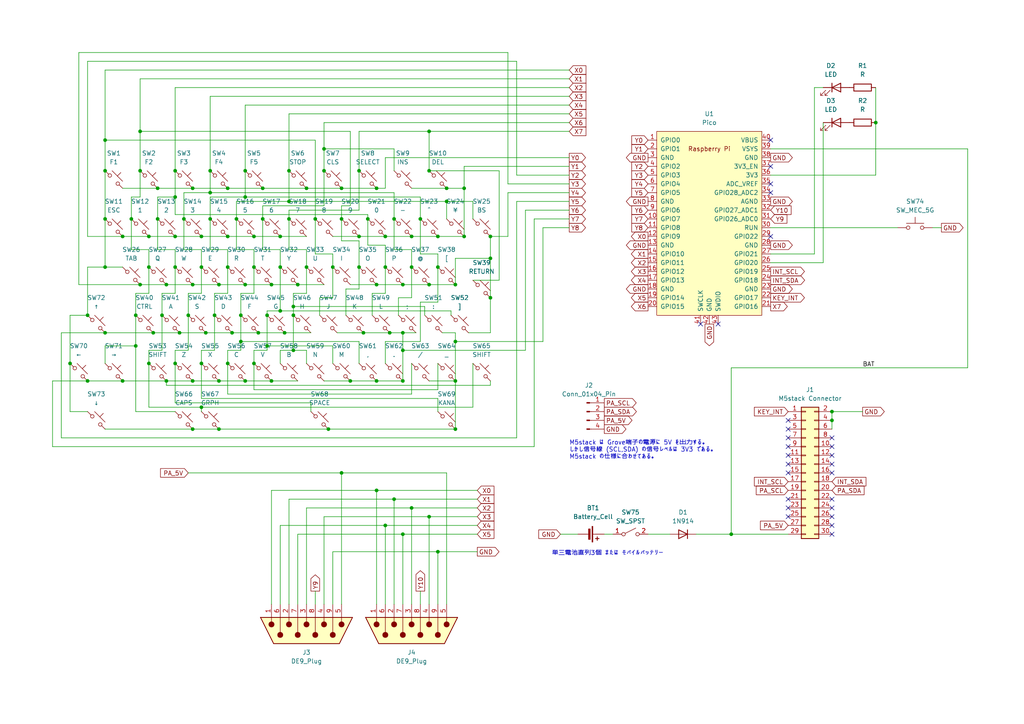
<source format=kicad_sch>
(kicad_sch (version 20230121) (generator eeschema)
  (paper "A4")
  (junction (at 53.34 63.5))
  (junction (at 142.24 74.93))
  (junction (at 30.48 40.64))
  (junction (at 68.58 63.5))
  (junction (at 71.12 49.53))
  (junction (at 55.88 110.49))
  (junction (at 54.61 91.44))
  (junction (at 91.44 63.5))
  (junction (at 45.72 63.5))
  (junction (at 132.08 82.55))
  (junction (at 116.84 96.52))
  (junction (at 30.48 49.53))
  (junction (at 83.82 58.42))
  (junction (at 44.45 96.52))
  (junction (at 46.99 91.44))
  (junction (at 58.42 68.58))
  (junction (at 58.42 77.47))
  (junction (at 35.56 110.49))
  (junction (at 106.68 63.5))
  (junction (at 85.09 91.44))
  (junction (at 134.62 54.61))
  (junction (at 76.2 63.5))
  (junction (at 69.85 99.06))
  (junction (at 111.76 152.4))
  (junction (at 30.48 77.47))
  (junction (at 67.31 96.52))
  (junction (at 77.47 91.44))
  (junction (at 66.04 68.58))
  (junction (at 81.28 68.58))
  (junction (at 39.37 100.33))
  (junction (at 99.06 63.5))
  (junction (at 48.26 110.49))
  (junction (at 127 77.47))
  (junction (at 58.42 118.11))
  (junction (at 109.22 142.24))
  (junction (at 63.5 82.55))
  (junction (at 66.04 77.47))
  (junction (at 142.24 68.58))
  (junction (at 71.12 110.49))
  (junction (at 43.18 68.58))
  (junction (at 71.12 57.15))
  (junction (at 73.66 77.47))
  (junction (at 50.8 49.53))
  (junction (at 119.38 147.32))
  (junction (at 119.38 77.47))
  (junction (at 83.82 63.5))
  (junction (at 76.2 54.61))
  (junction (at 77.47 100.33))
  (junction (at 82.55 96.52))
  (junction (at 113.03 96.52))
  (junction (at 81.28 77.47))
  (junction (at 86.36 82.55))
  (junction (at 254 35.56))
  (junction (at 114.3 144.78))
  (junction (at 116.84 154.94))
  (junction (at 241.3 119.38))
  (junction (at 30.48 96.52))
  (junction (at 60.96 49.53))
  (junction (at 111.76 77.47))
  (junction (at 127 68.58))
  (junction (at 78.74 82.55))
  (junction (at 74.93 96.52))
  (junction (at 30.48 63.5))
  (junction (at 71.12 82.55))
  (junction (at 127 160.02))
  (junction (at 85.09 101.6))
  (junction (at 109.22 110.49))
  (junction (at 124.46 49.53))
  (junction (at 62.23 91.44))
  (junction (at 105.41 96.52))
  (junction (at 129.54 54.61))
  (junction (at 58.42 105.41))
  (junction (at 50.8 77.47))
  (junction (at 88.9 77.47))
  (junction (at 99.06 54.61))
  (junction (at 116.84 101.6))
  (junction (at 35.56 68.58))
  (junction (at 43.18 77.47))
  (junction (at 38.1 63.5))
  (junction (at 132.08 110.49))
  (junction (at 59.69 96.52))
  (junction (at 83.82 49.53))
  (junction (at 63.5 110.49))
  (junction (at 114.3 63.5))
  (junction (at 124.46 38.1))
  (junction (at 116.84 82.55))
  (junction (at 40.64 49.53))
  (junction (at 132.08 99.06))
  (junction (at 116.84 110.49))
  (junction (at 104.14 77.47))
  (junction (at 96.52 77.47))
  (junction (at 101.6 110.49))
  (junction (at 52.07 96.52))
  (junction (at 63.5 124.46))
  (junction (at 109.22 82.55))
  (junction (at 241.3 121.92))
  (junction (at 78.74 110.49))
  (junction (at 55.88 54.61))
  (junction (at 48.26 82.55))
  (junction (at 66.04 105.41))
  (junction (at 104.14 49.53))
  (junction (at 40.64 38.1))
  (junction (at 40.64 82.55))
  (junction (at 93.98 49.53))
  (junction (at 119.38 68.58))
  (junction (at 50.8 105.41))
  (junction (at 129.54 58.42))
  (junction (at 93.98 43.18))
  (junction (at 73.66 105.41))
  (junction (at 88.9 54.61))
  (junction (at 99.06 137.16))
  (junction (at 39.37 91.44))
  (junction (at 132.08 124.46))
  (junction (at 55.88 124.46))
  (junction (at 111.76 68.58))
  (junction (at 104.14 68.58))
  (junction (at 50.8 68.58))
  (junction (at 134.62 68.58))
  (junction (at 25.4 110.49))
  (junction (at 60.96 55.88))
  (junction (at 45.72 54.61))
  (junction (at 109.22 54.61))
  (junction (at 69.85 91.44))
  (junction (at 124.46 82.55))
  (junction (at 95.25 124.46))
  (junction (at 212.09 154.94))
  (junction (at 25.4 91.44))
  (junction (at 50.8 57.15))
  (junction (at 121.92 63.5))
  (junction (at 43.18 105.41))
  (junction (at 81.28 90.17))
  (junction (at 20.32 105.41))
  (junction (at 66.04 54.61))
  (junction (at 85.09 88.9))
  (junction (at 124.46 149.86))
  (junction (at 55.88 82.55))
  (junction (at 142.24 86.36))
  (junction (at 73.66 68.58))
  (junction (at 60.96 63.5))
  (no_connect (at 223.52 48.26))
  (no_connect (at 228.6 132.08))
  (no_connect (at 241.3 154.94))
  (no_connect (at 208.28 93.98))
  (no_connect (at 228.6 149.86))
  (no_connect (at 223.52 68.58))
  (no_connect (at 241.3 144.78))
  (no_connect (at 228.6 129.54))
  (no_connect (at 241.3 129.54))
  (no_connect (at 228.6 134.62))
  (no_connect (at 228.6 124.46))
  (no_connect (at 228.6 121.92))
  (no_connect (at 241.3 137.16))
  (no_connect (at 223.52 55.88))
  (no_connect (at 223.52 53.34))
  (no_connect (at 241.3 127))
  (no_connect (at 241.3 147.32))
  (no_connect (at 241.3 149.86))
  (no_connect (at 228.6 144.78))
  (no_connect (at 241.3 132.08))
  (no_connect (at 228.6 137.16))
  (no_connect (at 223.52 40.64))
  (no_connect (at 228.6 147.32))
  (no_connect (at 241.3 134.62))
  (no_connect (at 241.3 152.4))
  (no_connect (at 228.6 127))
  (no_connect (at 203.2 93.98))
  (wire (pts (xy 111.76 152.4) (xy 81.28 152.4)))
  (wire (pts (xy 127 113.03) (xy 127 105.41)))
  (wire (pts (xy 104.14 69.85) (xy 104.14 77.47)))
  (wire (pts (xy 15.24 129.54) (xy 154.94 129.54)))
  (wire (pts (xy 132.08 110.49) (xy 132.08 124.46)))
  (wire (pts (xy 111.76 99.06) (xy 111.76 105.41)))
  (wire (pts (xy 30.48 40.64) (xy 30.48 20.32)))
  (wire (pts (xy 60.96 27.94) (xy 165.1 27.94)))
  (wire (pts (xy 25.4 91.44) (xy 20.32 91.44)))
  (wire (pts (xy 71.12 49.53) (xy 71.12 57.15)))
  (wire (pts (xy 39.37 85.09) (xy 39.37 91.44)))
  (wire (pts (xy 35.56 110.49) (xy 48.26 110.49)))
  (wire (pts (xy 154.94 63.5) (xy 165.1 63.5)))
  (wire (pts (xy 83.82 144.78) (xy 83.82 175.26)))
  (wire (pts (xy 138.43 154.94) (xy 116.84 154.94)))
  (wire (pts (xy 69.85 99.06) (xy 69.85 101.6)))
  (wire (pts (xy 73.66 113.03) (xy 127 113.03)))
  (wire (pts (xy 115.57 86.36) (xy 115.57 91.44)))
  (wire (pts (xy 147.32 68.58) (xy 147.32 55.88)))
  (wire (pts (xy 138.43 147.32) (xy 119.38 147.32)))
  (wire (pts (xy 96.52 73.66) (xy 96.52 77.47)))
  (wire (pts (xy 124.46 149.86) (xy 93.98 149.86)))
  (wire (pts (xy 78.74 82.55) (xy 86.36 82.55)))
  (wire (pts (xy 127 68.58) (xy 134.62 68.58)))
  (wire (pts (xy 111.76 54.61) (xy 111.76 45.72)))
  (wire (pts (xy 43.18 105.41) (xy 43.18 118.11)))
  (wire (pts (xy 30.48 77.47) (xy 25.4 77.47)))
  (wire (pts (xy 50.8 85.09) (xy 46.99 85.09)))
  (wire (pts (xy 50.8 57.15) (xy 50.8 62.23)))
  (wire (pts (xy 54.61 85.09) (xy 54.61 91.44)))
  (wire (pts (xy 45.72 54.61) (xy 55.88 54.61)))
  (wire (pts (xy 69.85 101.6) (xy 66.04 101.6)))
  (wire (pts (xy 106.68 63.5) (xy 106.68 71.12)))
  (wire (pts (xy 46.99 101.6) (xy 43.18 101.6)))
  (wire (pts (xy 130.81 90.17) (xy 130.81 91.44)))
  (wire (pts (xy 121.92 57.15) (xy 121.92 63.5)))
  (wire (pts (xy 71.12 82.55) (xy 78.74 82.55)))
  (wire (pts (xy 104.14 60.96) (xy 83.82 60.96)))
  (wire (pts (xy 99.06 63.5) (xy 99.06 69.85)))
  (wire (pts (xy 50.8 105.41) (xy 50.8 116.84)))
  (wire (pts (xy 69.85 91.44) (xy 69.85 99.06)))
  (wire (pts (xy 124.46 82.55) (xy 132.08 82.55)))
  (wire (pts (xy 134.62 54.61) (xy 129.54 54.61)))
  (wire (pts (xy 55.88 124.46) (xy 63.5 124.46)))
  (wire (pts (xy 124.46 149.86) (xy 124.46 175.26)))
  (wire (pts (xy 39.37 119.38) (xy 50.8 119.38)))
  (wire (pts (xy 127 73.66) (xy 127 77.47)))
  (wire (pts (xy 48.26 110.49) (xy 48.26 111.76)))
  (wire (pts (xy 83.82 63.5) (xy 83.82 72.39)))
  (wire (pts (xy 50.8 72.39) (xy 50.8 77.47)))
  (wire (pts (xy 95.25 124.46) (xy 132.08 124.46)))
  (wire (pts (xy 22.86 82.55) (xy 22.86 15.24)))
  (wire (pts (xy 111.76 45.72) (xy 165.1 45.72)))
  (wire (pts (xy 96.52 68.58) (xy 104.14 68.58)))
  (wire (pts (xy 30.48 63.5) (xy 30.48 77.47)))
  (wire (pts (xy 66.04 101.6) (xy 66.04 105.41)))
  (wire (pts (xy 154.94 129.54) (xy 154.94 63.5)))
  (wire (pts (xy 137.16 118.11) (xy 137.16 105.41)))
  (wire (pts (xy 82.55 96.52) (xy 90.17 96.52)))
  (wire (pts (xy 142.24 74.93) (xy 132.08 74.93)))
  (wire (pts (xy 116.84 96.52) (xy 116.84 101.6)))
  (wire (pts (xy 73.66 77.47) (xy 73.66 85.09)))
  (wire (pts (xy 124.46 49.53) (xy 144.78 49.53)))
  (wire (pts (xy 123.19 88.9) (xy 85.09 88.9)))
  (wire (pts (xy 58.42 115.57) (xy 127 115.57)))
  (wire (pts (xy 105.41 96.52) (xy 113.03 96.52)))
  (wire (pts (xy 58.42 68.58) (xy 66.04 68.58)))
  (wire (pts (xy 73.66 68.58) (xy 81.28 68.58)))
  (wire (pts (xy 101.6 82.55) (xy 109.22 82.55)))
  (wire (pts (xy 177.8 154.94) (xy 175.26 154.94)))
  (wire (pts (xy 116.84 101.6) (xy 116.84 110.49)))
  (wire (pts (xy 99.06 137.16) (xy 129.54 137.16)))
  (wire (pts (xy 50.8 116.84) (xy 90.17 116.84)))
  (wire (pts (xy 147.32 15.24) (xy 147.32 53.34)))
  (wire (pts (xy 83.82 49.53) (xy 83.82 33.02)))
  (wire (pts (xy 142.24 111.76) (xy 142.24 110.49)))
  (wire (pts (xy 71.12 57.15) (xy 121.92 57.15)))
  (wire (pts (xy 121.92 99.06) (xy 111.76 99.06)))
  (wire (pts (xy 111.76 77.47) (xy 111.76 85.09)))
  (wire (pts (xy 25.4 110.49) (xy 15.24 110.49)))
  (wire (pts (xy 78.74 142.24) (xy 78.74 175.26)))
  (wire (pts (xy 109.22 110.49) (xy 116.84 110.49)))
  (wire (pts (xy 71.12 110.49) (xy 78.74 110.49)))
  (wire (pts (xy 20.32 91.44) (xy 20.32 105.41)))
  (wire (pts (xy 106.68 62.23) (xy 106.68 63.5)))
  (wire (pts (xy 138.43 144.78) (xy 114.3 144.78)))
  (wire (pts (xy 83.82 58.42) (xy 129.54 58.42)))
  (wire (pts (xy 119.38 54.61) (xy 129.54 54.61)))
  (wire (pts (xy 132.08 74.93) (xy 132.08 82.55)))
  (wire (pts (xy 152.4 60.96) (xy 165.1 60.96)))
  (wire (pts (xy 147.32 53.34) (xy 165.1 53.34)))
  (wire (pts (xy 129.54 58.42) (xy 137.16 58.42)))
  (wire (pts (xy 76.2 72.39) (xy 81.28 72.39)))
  (wire (pts (xy 119.38 147.32) (xy 88.9 147.32)))
  (wire (pts (xy 38.1 63.5) (xy 38.1 72.39)))
  (wire (pts (xy 138.43 142.24) (xy 109.22 142.24)))
  (wire (pts (xy 73.66 72.39) (xy 73.66 77.47)))
  (wire (pts (xy 40.64 38.1) (xy 40.64 22.86)))
  (wire (pts (xy 66.04 72.39) (xy 66.04 77.47)))
  (wire (pts (xy 121.92 73.66) (xy 127 73.66)))
  (wire (pts (xy 99.06 54.61) (xy 109.22 54.61)))
  (wire (pts (xy 43.18 101.6) (xy 43.18 105.41)))
  (wire (pts (xy 99.06 63.5) (xy 99.06 59.69)))
  (wire (pts (xy 111.76 85.09) (xy 107.95 85.09)))
  (wire (pts (xy 241.3 121.92) (xy 241.3 124.46)))
  (wire (pts (xy 142.24 74.93) (xy 142.24 86.36)))
  (wire (pts (xy 90.17 116.84) (xy 90.17 119.38)))
  (wire (pts (xy 40.64 57.15) (xy 38.1 57.15)))
  (wire (pts (xy 71.12 57.15) (xy 60.96 57.15)))
  (wire (pts (xy 134.62 48.26) (xy 165.1 48.26)))
  (wire (pts (xy 76.2 54.61) (xy 88.9 54.61)))
  (wire (pts (xy 46.99 91.44) (xy 46.99 101.6)))
  (wire (pts (xy 254 50.8) (xy 254 35.56)))
  (wire (pts (xy 111.76 152.4) (xy 111.76 175.26)))
  (wire (pts (xy 114.3 144.78) (xy 114.3 175.26)))
  (wire (pts (xy 43.18 85.09) (xy 39.37 85.09)))
  (wire (pts (xy 132.08 99.06) (xy 157.48 99.06)))
  (wire (pts (xy 88.9 77.47) (xy 88.9 85.09)))
  (wire (pts (xy 212.09 106.68) (xy 212.09 154.94)))
  (wire (pts (xy 68.58 72.39) (xy 73.66 72.39)))
  (wire (pts (xy 66.04 68.58) (xy 73.66 68.58)))
  (wire (pts (xy 68.58 63.5) (xy 68.58 58.42)))
  (wire (pts (xy 167.64 154.94) (xy 162.56 154.94)))
  (wire (pts (xy 58.42 72.39) (xy 58.42 77.47)))
  (wire (pts (xy 119.38 77.47) (xy 119.38 86.36)))
  (wire (pts (xy 50.8 57.15) (xy 45.72 57.15)))
  (wire (pts (xy 66.04 105.41) (xy 66.04 114.3)))
  (wire (pts (xy 116.84 96.52) (xy 120.65 96.52)))
  (wire (pts (xy 30.48 77.47) (xy 35.56 77.47)))
  (wire (pts (xy 68.58 58.42) (xy 83.82 58.42)))
  (wire (pts (xy 114.3 72.39) (xy 119.38 72.39)))
  (wire (pts (xy 58.42 118.11) (xy 137.16 118.11)))
  (wire (pts (xy 114.3 144.78) (xy 83.82 144.78)))
  (wire (pts (xy 119.38 72.39) (xy 119.38 77.47)))
  (wire (pts (xy 127 87.63) (xy 121.92 87.63)))
  (wire (pts (xy 22.86 15.24) (xy 147.32 15.24)))
  (wire (pts (xy 96.52 86.36) (xy 92.71 86.36)))
  (wire (pts (xy 104.14 38.1) (xy 104.14 49.53)))
  (wire (pts (xy 96.52 77.47) (xy 96.52 86.36)))
  (wire (pts (xy 129.54 58.42) (xy 129.54 63.5)))
  (wire (pts (xy 93.98 49.53) (xy 93.98 59.69)))
  (wire (pts (xy 124.46 110.49) (xy 132.08 110.49)))
  (wire (pts (xy 119.38 86.36) (xy 115.57 86.36)))
  (wire (pts (xy 30.48 96.52) (xy 17.78 96.52)))
  (wire (pts (xy 55.88 110.49) (xy 63.5 110.49)))
  (wire (pts (xy 114.3 63.5) (xy 114.3 72.39)))
  (wire (pts (xy 30.48 124.46) (xy 55.88 124.46)))
  (wire (pts (xy 116.84 82.55) (xy 124.46 82.55)))
  (wire (pts (xy 54.61 91.44) (xy 54.61 101.6)))
  (wire (pts (xy 92.71 86.36) (xy 92.71 91.44)))
  (wire (pts (xy 149.86 50.8) (xy 165.1 50.8)))
  (wire (pts (xy 52.07 96.52) (xy 59.69 96.52)))
  (wire (pts (xy 127 160.02) (xy 127 175.26)))
  (wire (pts (xy 60.96 49.53) (xy 60.96 27.94)))
  (wire (pts (xy 109.22 54.61) (xy 111.76 54.61)))
  (wire (pts (xy 71.12 30.48) (xy 165.1 30.48)))
  (wire (pts (xy 46.99 85.09) (xy 46.99 91.44)))
  (wire (pts (xy 241.3 119.38) (xy 250.19 119.38)))
  (wire (pts (xy 71.12 49.53) (xy 71.12 30.48)))
  (wire (pts (xy 63.5 124.46) (xy 95.25 124.46)))
  (wire (pts (xy 111.76 68.58) (xy 119.38 68.58)))
  (wire (pts (xy 223.52 66.04) (xy 260.35 66.04)))
  (wire (pts (xy 66.04 77.47) (xy 66.04 85.09)))
  (wire (pts (xy 48.26 82.55) (xy 55.88 82.55)))
  (wire (pts (xy 121.92 87.63) (xy 121.92 99.06)))
  (wire (pts (xy 60.96 55.88) (xy 53.34 55.88)))
  (wire (pts (xy 147.32 55.88) (xy 165.1 55.88)))
  (wire (pts (xy 88.9 147.32) (xy 88.9 175.26)))
  (wire (pts (xy 50.8 25.4) (xy 165.1 25.4)))
  (wire (pts (xy 74.93 96.52) (xy 82.55 96.52)))
  (wire (pts (xy 40.64 49.53) (xy 40.64 57.15)))
  (wire (pts (xy 45.72 57.15) (xy 45.72 63.5)))
  (wire (pts (xy 81.28 90.17) (xy 77.47 90.17)))
  (wire (pts (xy 93.98 43.18) (xy 93.98 49.53)))
  (wire (pts (xy 212.09 154.94) (xy 228.6 154.94)))
  (wire (pts (xy 104.14 77.47) (xy 104.14 83.82)))
  (wire (pts (xy 142.24 96.52) (xy 135.89 96.52)))
  (wire (pts (xy 85.09 101.6) (xy 88.9 101.6)))
  (wire (pts (xy 40.64 82.55) (xy 48.26 82.55)))
  (wire (pts (xy 138.43 152.4) (xy 111.76 152.4)))
  (wire (pts (xy 86.36 154.94) (xy 86.36 175.26)))
  (wire (pts (xy 76.2 59.69) (xy 76.2 63.5)))
  (wire (pts (xy 88.9 85.09) (xy 85.09 85.09)))
  (wire (pts (xy 44.45 96.52) (xy 52.07 96.52)))
  (wire (pts (xy 142.24 86.36) (xy 142.24 96.52)))
  (wire (pts (xy 35.56 68.58) (xy 25.4 68.58)))
  (wire (pts (xy 101.6 110.49) (xy 109.22 110.49)))
  (wire (pts (xy 39.37 100.33) (xy 30.48 100.33)))
  (wire (pts (xy 91.44 63.5) (xy 91.44 40.64)))
  (wire (pts (xy 91.44 40.64) (xy 30.48 40.64)))
  (wire (pts (xy 101.6 59.69) (xy 101.6 38.1)))
  (wire (pts (xy 132.08 99.06) (xy 132.08 96.52)))
  (wire (pts (xy 60.96 63.5) (xy 60.96 72.39)))
  (wire (pts (xy 81.28 90.17) (xy 130.81 90.17)))
  (wire (pts (xy 138.43 160.02) (xy 127 160.02)))
  (wire (pts (xy 280.67 43.18) (xy 280.67 106.68)))
  (wire (pts (xy 39.37 100.33) (xy 39.37 119.38)))
  (wire (pts (xy 236.22 73.66) (xy 236.22 25.4)))
  (wire (pts (xy 40.64 38.1) (xy 40.64 49.53)))
  (wire (pts (xy 142.24 68.58) (xy 142.24 74.93)))
  (wire (pts (xy 43.18 68.58) (xy 50.8 68.58)))
  (wire (pts (xy 132.08 110.49) (xy 132.08 99.06)))
  (wire (pts (xy 17.78 96.52) (xy 17.78 127)))
  (wire (pts (xy 83.82 60.96) (xy 83.82 63.5)))
  (wire (pts (xy 124.46 38.1) (xy 165.1 38.1)))
  (wire (pts (xy 142.24 68.58) (xy 147.32 68.58)))
  (wire (pts (xy 91.44 171.45) (xy 91.44 175.26)))
  (wire (pts (xy 238.76 35.56) (xy 238.76 76.2)))
  (wire (pts (xy 62.23 101.6) (xy 58.42 101.6)))
  (wire (pts (xy 38.1 57.15) (xy 38.1 63.5)))
  (wire (pts (xy 50.8 62.23) (xy 106.68 62.23)))
  (wire (pts (xy 236.22 25.4) (xy 238.76 25.4)))
  (wire (pts (xy 30.48 100.33) (xy 30.48 105.41)))
  (wire (pts (xy 121.92 171.45) (xy 121.92 175.26)))
  (wire (pts (xy 93.98 110.49) (xy 101.6 110.49)))
  (wire (pts (xy 66.04 85.09) (xy 62.23 85.09)))
  (wire (pts (xy 77.47 90.17) (xy 77.47 91.44)))
  (wire (pts (xy 149.86 127) (xy 149.86 58.42)))
  (wire (pts (xy 73.66 101.6) (xy 73.66 105.41)))
  (wire (pts (xy 81.28 77.47) (xy 81.28 90.17)))
  (wire (pts (xy 116.84 101.6) (xy 152.4 101.6)))
  (wire (pts (xy 223.52 73.66) (xy 236.22 73.66)))
  (wire (pts (xy 201.93 154.94) (xy 212.09 154.94)))
  (wire (pts (xy 119.38 114.3) (xy 119.38 105.41)))
  (wire (pts (xy 20.32 105.41) (xy 20.32 119.38)))
  (wire (pts (xy 77.47 101.6) (xy 73.66 101.6)))
  (wire (pts (xy 119.38 147.32) (xy 119.38 175.26)))
  (wire (pts (xy 138.43 149.86) (xy 124.46 149.86)))
  (wire (pts (xy 114.3 43.18) (xy 93.98 43.18)))
  (wire (pts (xy 104.14 49.53) (xy 104.14 60.96)))
  (wire (pts (xy 45.72 72.39) (xy 50.8 72.39)))
  (wire (pts (xy 109.22 142.24) (xy 78.74 142.24)))
  (wire (pts (xy 83.82 33.02) (xy 165.1 33.02)))
  (wire (pts (xy 107.95 85.09) (xy 107.95 91.44)))
  (wire (pts (xy 99.06 59.69) (xy 101.6 59.69)))
  (wire (pts (xy 77.47 100.33) (xy 96.52 100.33)))
  (wire (pts (xy 81.28 68.58) (xy 88.9 68.58)))
  (wire (pts (xy 62.23 91.44) (xy 62.23 101.6)))
  (wire (pts (xy 69.85 85.09) (xy 69.85 91.44)))
  (wire (pts (xy 96.52 160.02) (xy 96.52 175.26)))
  (wire (pts (xy 127 160.02) (xy 96.52 160.02)))
  (wire (pts (xy 76.2 63.5) (xy 76.2 72.39)))
  (wire (pts (xy 114.3 49.53) (xy 114.3 43.18)))
  (wire (pts (xy 91.44 73.66) (xy 96.52 73.66)))
  (wire (pts (xy 93.98 35.56) (xy 93.98 43.18)))
  (wire (pts (xy 66.04 114.3) (xy 119.38 114.3)))
  (wire (pts (xy 85.09 88.9) (xy 85.09 91.44)))
  (wire (pts (xy 109.22 82.55) (xy 116.84 82.55)))
  (wire (pts (xy 48.26 111.76) (xy 142.24 111.76)))
  (wire (pts (xy 223.52 76.2) (xy 238.76 76.2)))
  (wire (pts (xy 55.88 82.55) (xy 63.5 82.55)))
  (wire (pts (xy 50.8 101.6) (xy 50.8 105.41)))
  (wire (pts (xy 85.09 85.09) (xy 85.09 88.9)))
  (wire (pts (xy 119.38 68.58) (xy 127 68.58)))
  (wire (pts (xy 40.64 22.86) (xy 165.1 22.86)))
  (wire (pts (xy 99.06 137.16) (xy 99.06 175.26)))
  (wire (pts (xy 157.48 99.06) (xy 157.48 66.04)))
  (wire (pts (xy 58.42 85.09) (xy 54.61 85.09)))
  (wire (pts (xy 54.61 101.6) (xy 50.8 101.6)))
  (wire (pts (xy 93.98 35.56) (xy 165.1 35.56)))
  (wire (pts (xy 149.86 17.78) (xy 149.86 50.8)))
  (wire (pts (xy 25.4 77.47) (xy 25.4 91.44)))
  (wire (pts (xy 43.18 118.11) (xy 58.42 118.11)))
  (wire (pts (xy 254 25.4) (xy 254 35.56)))
  (wire (pts (xy 39.37 91.44) (xy 39.37 100.33)))
  (wire (pts (xy 85.09 101.6) (xy 81.28 101.6)))
  (wire (pts (xy 144.78 81.28) (xy 144.78 49.53)))
  (wire (pts (xy 67.31 96.52) (xy 74.93 96.52)))
  (wire (pts (xy 104.14 99.06) (xy 104.14 105.41)))
  (wire (pts (xy 43.18 72.39) (xy 43.18 77.47)))
  (wire (pts (xy 35.56 68.58) (xy 43.18 68.58)))
  (wire (pts (xy 35.56 54.61) (xy 45.72 54.61)))
  (wire (pts (xy 30.48 40.64) (xy 30.48 49.53)))
  (wire (pts (xy 77.47 100.33) (xy 77.47 101.6)))
  (wire (pts (xy 96.52 100.33) (xy 96.52 105.41)))
  (wire (pts (xy 101.6 38.1) (xy 40.64 38.1)))
  (wire (pts (xy 15.24 110.49) (xy 15.24 129.54)))
  (wire (pts (xy 124.46 49.53) (xy 124.46 38.1)))
  (wire (pts (xy 60.96 55.88) (xy 114.3 55.88)))
  (wire (pts (xy 81.28 72.39) (xy 81.28 77.47)))
  (wire (pts (xy 69.85 99.06) (xy 104.14 99.06)))
  (wire (pts (xy 38.1 72.39) (xy 43.18 72.39)))
  (wire (pts (xy 104.14 68.58) (xy 111.76 68.58)))
  (wire (pts (xy 58.42 105.41) (xy 58.42 115.57)))
  (wire (pts (xy 129.54 137.16) (xy 129.54 175.26)))
  (wire (pts (xy 63.5 82.55) (xy 71.12 82.55)))
  (wire (pts (xy 99.06 69.85) (xy 104.14 69.85)))
  (wire (pts (xy 241.3 119.38) (xy 241.3 121.92)))
  (wire (pts (xy 25.4 17.78) (xy 149.86 17.78)))
  (wire (pts (xy 149.86 58.42) (xy 165.1 58.42)))
  (wire (pts (xy 127 77.47) (xy 127 87.63)))
  (wire (pts (xy 25.4 68.58) (xy 25.4 17.78)))
  (wire (pts (xy 77.47 91.44) (xy 77.47 100.33)))
  (wire (pts (xy 30.48 49.53) (xy 30.48 63.5)))
  (wire (pts (xy 53.34 72.39) (xy 58.42 72.39)))
  (wire (pts (xy 280.67 106.68) (xy 212.09 106.68)))
  (wire (pts (xy 53.34 55.88) (xy 53.34 63.5)))
  (wire (pts (xy 66.04 54.61) (xy 76.2 54.61)))
  (wire (pts (xy 88.9 54.61) (xy 99.06 54.61)))
  (wire (pts (xy 45.72 63.5) (xy 45.72 72.39)))
  (wire (pts (xy 124.46 38.1) (xy 104.14 38.1)))
  (wire (pts (xy 50.8 77.47) (xy 50.8 85.09)))
  (wire (pts (xy 60.96 49.53) (xy 60.96 55.88)))
  (wire (pts (xy 88.9 72.39) (xy 88.9 77.47)))
  (wire (pts (xy 17.78 127) (xy 149.86 127)))
  (wire (pts (xy 50.8 49.53) (xy 50.8 57.15)))
  (wire (pts (xy 78.74 110.49) (xy 86.36 110.49)))
  (wire (pts (xy 113.03 96.52) (xy 116.84 96.52)))
  (wire (pts (xy 62.23 85.09) (xy 62.23 91.44)))
  (wire (pts (xy 20.32 119.38) (xy 25.4 119.38)))
  (wire (pts (xy 97.79 96.52) (xy 105.41 96.52)))
  (wire (pts (xy 59.69 96.52) (xy 67.31 96.52)))
  (wire (pts (xy 60.96 57.15) (xy 60.96 63.5)))
  (wire (pts (xy 58.42 101.6) (xy 58.42 105.41)))
  (wire (pts (xy 116.84 154.94) (xy 86.36 154.94)))
  (wire (pts (xy 81.28 101.6) (xy 81.28 105.41)))
  (wire (pts (xy 60.96 72.39) (xy 66.04 72.39)))
  (wire (pts (xy 116.84 154.94) (xy 116.84 175.26)))
  (wire (pts (xy 111.76 71.12) (xy 111.76 77.47)))
  (wire (pts (xy 30.48 20.32) (xy 165.1 20.32)))
  (wire (pts (xy 134.62 68.58) (xy 134.62 54.61)))
  (wire (pts (xy 104.14 83.82) (xy 100.33 83.82)))
  (wire (pts (xy 93.98 59.69) (xy 76.2 59.69)))
  (wire (pts (xy 194.31 154.94) (xy 187.96 154.94)))
  (wire (pts (xy 223.52 43.18) (xy 280.67 43.18)))
  (wire (pts (xy 54.61 137.16) (xy 99.06 137.16)))
  (wire (pts (xy 100.33 83.82) (xy 100.33 91.44)))
  (wire (pts (xy 83.82 49.53) (xy 83.82 58.42)))
  (wire (pts (xy 152.4 101.6) (xy 152.4 60.96)))
  (wire (pts (xy 137.16 58.42) (xy 137.16 63.5)))
  (wire (pts (xy 73.66 85.09) (xy 69.85 85.09)))
  (wire (pts (xy 40.64 82.55) (xy 22.86 82.55)))
  (wire (pts (xy 123.19 88.9) (xy 123.19 91.44)))
  (wire (pts (xy 93.98 149.86) (xy 93.98 175.26)))
  (wire (pts (xy 73.66 105.41) (xy 73.66 113.03)))
  (wire (pts (xy 86.36 82.55) (xy 93.98 82.55)))
  (wire (pts (xy 270.51 66.04) (xy 273.05 66.04)))
  (wire (pts (xy 137.16 81.28) (xy 144.78 81.28)))
  (wire (pts (xy 58.42 77.47) (xy 58.42 85.09)))
  (wire (pts (xy 106.68 71.12) (xy 111.76 71.12)))
  (wire (pts (xy 43.18 77.47) (xy 43.18 85.09)))
  (wire (pts (xy 121.92 63.5) (xy 121.92 73.66)))
  (wire (pts (xy 53.34 63.5) (xy 53.34 72.39)))
  (wire (pts (xy 50.8 68.58) (xy 58.42 68.58)))
  (wire (pts (xy 85.09 91.44) (xy 85.09 101.6)))
  (wire (pts (xy 55.88 54.61) (xy 66.04 54.61)))
  (wire (pts (xy 81.28 152.4) (xy 81.28 175.26)))
  (wire (pts (xy 223.52 50.8) (xy 254 50.8)))
  (wire (pts (xy 30.48 96.52) (xy 44.45 96.52)))
  (wire (pts (xy 134.62 54.61) (xy 134.62 48.26)))
  (wire (pts (xy 48.26 110.49) (xy 55.88 110.49)))
  (wire (pts (xy 127 115.57) (xy 127 119.38)))
  (wire (pts (xy 157.48 66.04) (xy 165.1 66.04)))
  (wire (pts (xy 114.3 55.88) (xy 114.3 63.5)))
  (wire (pts (xy 109.22 142.24) (xy 109.22 175.26)))
  (wire (pts (xy 58.42 118.11) (xy 58.42 119.38)))
  (wire (pts (xy 68.58 63.5) (xy 68.58 72.39)))
  (wire (pts (xy 63.5 110.49) (xy 71.12 110.49)))
  (wire (pts (xy 25.4 110.49) (xy 35.56 110.49)))
  (wire (pts (xy 91.44 63.5) (xy 91.44 73.66)))
  (wire (pts (xy 88.9 101.6) (xy 88.9 105.41)))
  (wire (pts (xy 50.8 49.53) (xy 50.8 25.4)))
  (wire (pts (xy 132.08 96.52) (xy 128.27 96.52)))
  (wire (pts (xy 83.82 72.39) (xy 88.9 72.39)))
  (text "M5stack は Grove端子の電源に 5V を出力する。\nしかし信号線 (SCL,SDA) の信号レベルは 3V3 である。\nM5stack の仕様に合わせてある。" (at 165.1 133.35 0) (effects (font (size 1.27 1.27)) (justify left bottom)))
  (text "単三電池直列3個 または モバイルバッテリー" (at 160.02 161.29 0) (effects (font (size 1.27 1.27)) (justify left bottom)))
  (label "BAT" (at 250.19 106.68 0))
  (global_label "PA_SCL" (shape input) (at 228.6 142.24 180) (property "Intersheetrefs" "${INTERSHEET_REFS}" (effects hide)))
  (global_label "GND" (shape input) (at 162.56 154.94 180) (property "Intersheetrefs" "${INTERSHEET_REFS}" (effects hide)))
  (global_label "GND" (shape output) (at 187.96 83.82 180) (property "Intersheetrefs" "${INTERSHEET_REFS}" (effects hide)))
  (global_label "GND" (shape output) (at 250.19 119.38 0) (property "Intersheetrefs" "${INTERSHEET_REFS}" (effects hide)))
  (global_label "Y10" (shape output) (at 121.92 171.45 90) (property "Intersheetrefs" "${INTERSHEET_REFS}" (effects hide)))
  (global_label "GND" (shape output) (at 175.26 124.46 0) (property "Intersheetrefs" "${INTERSHEET_REFS}" (effects hide)))
  (global_label "GND" (shape output) (at 223.52 45.72 0) (property "Intersheetrefs" "${INTERSHEET_REFS}" (effects hide)))
  (global_label "X1" (shape input) (at 165.1 22.86 0) (property "Intersheetrefs" "${INTERSHEET_REFS}" (effects hide)))
  (global_label "PA_5V" (shape input) (at 228.6 152.4 180) (property "Intersheetrefs" "${INTERSHEET_REFS}" (effects hide)))
  (global_label "X4" (shape input) (at 165.1 30.48 0) (property "Intersheetrefs" "${INTERSHEET_REFS}" (effects hide)))
  (global_label "X0" (shape input) (at 165.1 20.32 0) (property "Intersheetrefs" "${INTERSHEET_REFS}" (effects hide)))
  (global_label "GND" (shape output) (at 205.74 93.98 270) (property "Intersheetrefs" "${INTERSHEET_REFS}" (effects hide)))
  (global_label "X3" (shape output) (at 187.96 78.74 180) (property "Intersheetrefs" "${INTERSHEET_REFS}" (effects hide)))
  (global_label "Y3" (shape output) (at 165.1 53.34 0) (property "Intersheetrefs" "${INTERSHEET_REFS}" (effects hide)))
  (global_label "X4" (shape input) (at 138.43 152.4 0) (property "Intersheetrefs" "${INTERSHEET_REFS}" (effects hide)))
  (global_label "INT_SDA" (shape input) (at 241.3 139.7 0) (property "Intersheetrefs" "${INTERSHEET_REFS}" (effects hide)))
  (global_label "Y7" (shape input) (at 187.96 63.5 180) (property "Intersheetrefs" "${INTERSHEET_REFS}" (effects hide)))
  (global_label "KEY_INT" (shape input) (at 228.6 119.38 180) (property "Intersheetrefs" "${INTERSHEET_REFS}" (effects hide)))
  (global_label "Y0" (shape input) (at 187.96 40.64 180) (property "Intersheetrefs" "${INTERSHEET_REFS}" (effects hide)))
  (global_label "GND" (shape output) (at 138.43 160.02 0) (property "Intersheetrefs" "${INTERSHEET_REFS}" (effects hide)))
  (global_label "X1" (shape input) (at 138.43 144.78 0) (property "Intersheetrefs" "${INTERSHEET_REFS}" (effects hide)))
  (global_label "Y6" (shape input) (at 187.96 60.96 180) (property "Intersheetrefs" "${INTERSHEET_REFS}" (effects hide)))
  (global_label "Y2" (shape output) (at 165.1 50.8 0) (property "Intersheetrefs" "${INTERSHEET_REFS}" (effects hide)))
  (global_label "Y0" (shape output) (at 165.1 45.72 0) (property "Intersheetrefs" "${INTERSHEET_REFS}" (effects hide)))
  (global_label "Y3" (shape input) (at 187.96 50.8 180) (property "Intersheetrefs" "${INTERSHEET_REFS}" (effects hide)))
  (global_label "Y10" (shape input) (at 223.52 60.96 0) (property "Intersheetrefs" "${INTERSHEET_REFS}" (effects hide)))
  (global_label "GND" (shape output) (at 223.52 83.82 0) (property "Intersheetrefs" "${INTERSHEET_REFS}" (effects hide)))
  (global_label "X5" (shape input) (at 165.1 33.02 0) (property "Intersheetrefs" "${INTERSHEET_REFS}" (effects hide)))
  (global_label "INT_SCL" (shape output) (at 223.52 78.74 0) (property "Intersheetrefs" "${INTERSHEET_REFS}" (effects hide)))
  (global_label "Y1" (shape output) (at 165.1 48.26 0) (property "Intersheetrefs" "${INTERSHEET_REFS}" (effects hide)))
  (global_label "Y8" (shape input) (at 187.96 66.04 180) (property "Intersheetrefs" "${INTERSHEET_REFS}" (effects hide)))
  (global_label "PA_SDA" (shape input) (at 241.3 142.24 0) (property "Intersheetrefs" "${INTERSHEET_REFS}" (effects hide)))
  (global_label "GND" (shape output) (at 187.96 71.12 180) (property "Intersheetrefs" "${INTERSHEET_REFS}" (effects hide)))
  (global_label "X0" (shape input) (at 138.43 142.24 0) (property "Intersheetrefs" "${INTERSHEET_REFS}" (effects hide)))
  (global_label "X1" (shape output) (at 187.96 73.66 180) (property "Intersheetrefs" "${INTERSHEET_REFS}" (effects hide)))
  (global_label "Y9" (shape input) (at 223.52 63.5 0) (property "Intersheetrefs" "${INTERSHEET_REFS}" (effects hide)))
  (global_label "GND" (shape output) (at 187.96 45.72 180) (property "Intersheetrefs" "${INTERSHEET_REFS}" (effects hide)))
  (global_label "INT_SCL" (shape input) (at 228.6 139.7 180) (property "Intersheetrefs" "${INTERSHEET_REFS}" (effects hide)))
  (global_label "Y5" (shape output) (at 165.1 58.42 0) (property "Intersheetrefs" "${INTERSHEET_REFS}" (effects hide)))
  (global_label "Y4" (shape input) (at 187.96 53.34 180) (property "Intersheetrefs" "${INTERSHEET_REFS}" (effects hide)))
  (global_label "X5" (shape input) (at 138.43 154.94 0) (property "Intersheetrefs" "${INTERSHEET_REFS}" (effects hide)))
  (global_label "PA_SCL" (shape output) (at 175.26 116.84 0) (property "Intersheetrefs" "${INTERSHEET_REFS}" (effects hide)))
  (global_label "Y8" (shape output) (at 165.1 66.04 0) (property "Intersheetrefs" "${INTERSHEET_REFS}" (effects hide)))
  (global_label "Y4" (shape output) (at 165.1 55.88 0) (property "Intersheetrefs" "${INTERSHEET_REFS}" (effects hide)))
  (global_label "X2" (shape output) (at 187.96 76.2 180) (property "Intersheetrefs" "${INTERSHEET_REFS}" (effects hide)))
  (global_label "Y9" (shape output) (at 91.44 171.45 90) (property "Intersheetrefs" "${INTERSHEET_REFS}" (effects hide)))
  (global_label "X6" (shape input) (at 165.1 35.56 0) (property "Intersheetrefs" "${INTERSHEET_REFS}" (effects hide)))
  (global_label "X7" (shape input) (at 165.1 38.1 0) (property "Intersheetrefs" "${INTERSHEET_REFS}" (effects hide)))
  (global_label "GND" (shape output) (at 223.52 71.12 0) (property "Intersheetrefs" "${INTERSHEET_REFS}" (effects hide)))
  (global_label "X6" (shape output) (at 187.96 88.9 180) (property "Intersheetrefs" "${INTERSHEET_REFS}" (effects hide)))
  (global_label "INT_SDA" (shape output) (at 223.52 81.28 0) (property "Intersheetrefs" "${INTERSHEET_REFS}" (effects hide)))
  (global_label "Y6" (shape output) (at 165.1 60.96 0) (property "Intersheetrefs" "${INTERSHEET_REFS}" (effects hide)))
  (global_label "X0" (shape output) (at 187.96 68.58 180) (property "Intersheetrefs" "${INTERSHEET_REFS}" (effects hide)))
  (global_label "GND" (shape output) (at 187.96 58.42 180) (property "Intersheetrefs" "${INTERSHEET_REFS}" (effects hide)))
  (global_label "X3" (shape input) (at 138.43 149.86 0) (property "Intersheetrefs" "${INTERSHEET_REFS}" (effects hide)))
  (global_label "Y5" (shape input) (at 187.96 55.88 180) (property "Intersheetrefs" "${INTERSHEET_REFS}" (effects hide)))
  (global_label "X3" (shape input) (at 165.1 27.94 0) (property "Intersheetrefs" "${INTERSHEET_REFS}" (effects hide)))
  (global_label "GND" (shape output) (at 273.05 66.04 0) (property "Intersheetrefs" "${INTERSHEET_REFS}" (effects hide)))
  (global_label "PA_5V" (shape output) (at 175.26 121.92 0) (property "Intersheetrefs" "${INTERSHEET_REFS}" (effects hide)))
  (global_label "Y2" (shape input) (at 187.96 48.26 180) (property "Intersheetrefs" "${INTERSHEET_REFS}" (effects hide)))
  (global_label "X4" (shape output) (at 187.96 81.28 180) (property "Intersheetrefs" "${INTERSHEET_REFS}" (effects hide)))
  (global_label "X2" (shape input) (at 138.43 147.32 0) (property "Intersheetrefs" "${INTERSHEET_REFS}" (effects hide)))
  (global_label "PA_SDA" (shape output) (at 175.26 119.38 0) (property "Intersheetrefs" "${INTERSHEET_REFS}" (effects hide)))
  (global_label "X7" (shape output) (at 223.52 88.9 0) (property "Intersheetrefs" "${INTERSHEET_REFS}" (effects hide)))
  (global_label "KEY_INT" (shape output) (at 223.52 86.36 0) (property "Intersheetrefs" "${INTERSHEET_REFS}" (effects hide)))
  (global_label "Y7" (shape output) (at 165.1 63.5 0) (property "Intersheetrefs" "${INTERSHEET_REFS}" (effects hide)))
  (global_label "X2" (shape input) (at 165.1 25.4 0) (property "Intersheetrefs" "${INTERSHEET_REFS}" (effects hide)))
  (global_label "X5" (shape output) (at 187.96 86.36 180) (property "Intersheetrefs" "${INTERSHEET_REFS}" (effects hide)))
  (global_label "GND" (shape output) (at 223.52 58.42 0) (property "Intersheetrefs" "${INTERSHEET_REFS}" (effects hide)))
  (global_label "Y1" (shape input) (at 187.96 43.18 180) (property "Intersheetrefs" "${INTERSHEET_REFS}" (effects hide)))
  (global_label "PA_5V" (shape input) (at 54.61 137.16 180) (property "Intersheetrefs" "${INTERSHEET_REFS}" (effects hide)))
  (symbol (lib_id "Switch:SW_Push_45deg") (at 93.98 66.04 0) (unit 1)
    (property "Reference" "SW19" (at 93.98 58.42 0))
    (property "Value" "8" (at 93.98 60.96 0))
    (property "Footprint" "Button_Switch_THT:SW_PUSH_6mm" (effects hide))
  )
  (symbol (lib_id "Switch:SW_Push_45deg") (at 127 52.07 0) (unit 1)
    (property "Reference" "SW10" (at 127 44.45 0))
    (property "Value" "DEL" (at 127 46.99 0))
    (property "Footprint" "Button_Switch_THT:SW_PUSH_6mm" (effects hide))
  )
  (symbol (lib_id "Device:Battery_Cell") (at 170.18 154.94 270) (unit 1)
    (property "Reference" "BT1" (at 172.0215 147.32 90))
    (property "Value" "Battery_Cell" (at 172.0215 149.86 90))
    (property "Footprint" "Connector_PinHeader_2.00mm:PinHeader_2x01_P2.00mm_Vertical" (effects hide))
  )
  (symbol (lib_id "Switch:SW_Push_45deg") (at 68.58 80.01 0) (unit 1)
    (property "Reference" "SW30" (at 68.58 72.39 0))
    (property "Value" "R" (at 68.58 74.93 0))
    (property "Footprint" "Button_Switch_THT:SW_PUSH_6mm" (effects hide))
  )
  (symbol (lib_id "Switch:SW_Push_45deg") (at 139.7 107.95 0) (unit 1)
    (property "Reference" "SW65" (at 139.7 100.33 0))
    (property "Value" "SHIFT" (at 139.7 102.87 0))
    (property "Footprint" "Button_Switch_THT:SW_PUSH_6mm" (effects hide))
  )
  (symbol (lib_id "Switch:SW_Push_45deg") (at 60.96 107.95 0) (unit 1)
    (property "Reference" "SW55" (at 60.96 100.33 0))
    (property "Value" "X" (at 60.96 102.87 0))
    (property "Footprint" "Button_Switch_THT:SW_PUSH_6mm" (effects hide))
  )
  (symbol (lib_id "Switch:SW_Push_45deg") (at 129.54 80.01 0) (unit 1)
    (property "Reference" "SW38" (at 129.54 72.39 0))
    (property "Value" "[" (at 129.54 74.93 0))
    (property "Footprint" "Button_Switch_THT:SW_PUSH_6mm" (effects hide))
  )
  (symbol (lib_id "Switch:SW_Push_45deg") (at 71.12 66.04 0) (unit 1)
    (property "Reference" "SW16" (at 71.12 58.42 0))
    (property "Value" "5" (at 71.12 60.96 0))
    (property "Footprint" "Button_Switch_THT:SW_PUSH_6mm" (effects hide))
  )
  (symbol (lib_id "Switch:SW_Push_45deg") (at 86.36 52.07 0) (unit 1)
    (property "Reference" "SW6" (at 86.36 44.45 0))
    (property "Value" "STOP" (at 86.36 46.99 0))
    (property "Footprint" "Button_Switch_THT:SW_PUSH_6mm" (effects hide))
  )
  (symbol (lib_id "Switch:SW_Push_45deg") (at 86.36 66.04 0) (unit 1)
    (property "Reference" "SW18" (at 86.36 58.42 0))
    (property "Value" "7" (at 86.36 60.96 0))
    (property "Footprint" "Button_Switch_THT:SW_PUSH_6mm" (effects hide))
  )
  (symbol (lib_id "Switch:SW_Push_45deg") (at 53.34 121.92 0) (unit 1)
    (property "Reference" "SW66" (at 53.34 114.3 0))
    (property "Value" "CAPS" (at 53.34 116.84 0))
    (property "Footprint" "Button_Switch_THT:SW_PUSH_6mm" (effects hide))
  )
  (symbol (lib_id "Switch:SW_Push_45deg") (at 80.01 93.98 0) (unit 1)
    (property "Reference" "SW45" (at 80.01 86.36 0))
    (property "Value" "G" (at 80.01 88.9 0))
    (property "Footprint" "Button_Switch_THT:SW_PUSH_6mm" (effects hide))
  )
  (symbol (lib_id "Device:LED") (at 242.57 35.56 0) (unit 1)
    (property "Reference" "D3" (at 240.9825 29.21 0))
    (property "Value" "LED" (at 240.9825 31.75 0))
    (property "Footprint" "LED_THT:LED_D8.0mm" (effects hide))
  )
  (symbol (lib_id "Switch:SW_Push_45deg") (at 114.3 107.95 0) (unit 1)
    (property "Reference" "SW62" (at 114.3 100.33 0))
    (property "Value" "." (at 114.3 102.87 0))
    (property "Footprint" "Button_Switch_THT:SW_PUSH_6mm" (effects hide))
  )
  (symbol (lib_id "Switch:SW_Push_45deg") (at 139.7 83.82 0) (unit 1)
    (property "Reference" "SW39" (at 139.7 76.2 0))
    (property "Value" "RETURN" (at 139.7 78.74 0))
    (property "Footprint" "Button_Switch_THT:SW_PUSH_6mm" (effects hide))
  )
  (symbol (lib_id "Switch:SW_Push_45deg") (at 109.22 66.04 0) (unit 1)
    (property "Reference" "SW21" (at 109.22 58.42 0))
    (property "Value" "0" (at 109.22 60.96 0))
    (property "Footprint" "Button_Switch_THT:SW_PUSH_6mm" (effects hide))
  )
  (symbol (lib_id "Switch:SW_Push_45deg") (at 60.96 80.01 0) (unit 1)
    (property "Reference" "SW29" (at 60.96 72.39 0))
    (property "Value" "E" (at 60.96 74.93 0))
    (property "Footprint" "Button_Switch_THT:SW_PUSH_6mm" (effects hide))
  )
  (symbol (lib_id "Diode:1N914") (at 198.12 154.94 180) (unit 1)
    (property "Reference" "D1" (at 198.12 148.59 0))
    (property "Value" "1N914" (at 198.12 151.13 0))
    (property "Footprint" "Diode_THT:D_DO-35_SOD27_P7.62mm_Horizontal" (effects hide))
    (property "Datasheet" "http://www.vishay.com/docs/85622/1n914.pdf" (effects hide))
    (property "Sim.Device" "D" (effects hide))
    (property "Sim.Pins" "1=K 2=A" (effects hide))
  )
  (symbol (lib_id "Switch:SW_Push_45deg") (at 133.35 93.98 0) (unit 1)
    (property "Reference" "SW52" (at 133.35 86.36 0))
    (property "Value" "]" (at 133.35 88.9 0))
    (property "Footprint" "Button_Switch_THT:SW_PUSH_6mm" (effects hide))
  )
  (symbol (lib_id "Switch:SW_Push_45deg") (at 91.44 80.01 0) (unit 1)
    (property "Reference" "SW33" (at 91.44 72.39 0))
    (property "Value" "U" (at 91.44 74.93 0))
    (property "Footprint" "Button_Switch_THT:SW_PUSH_6mm" (effects hide))
  )
  (symbol (lib_id "Switch:SW_Push_45deg") (at 27.94 121.92 0) (unit 1)
    (property "Reference" "SW73" (at 27.94 114.3 0))
    (property "Value" "↓" (at 27.94 116.84 0))
    (property "Footprint" "Button_Switch_THT:SW_PUSH_6mm" (effects hide))
  )
  (symbol (lib_id "Switch:SW_Push_45deg") (at 53.34 52.07 0) (unit 1)
    (property "Reference" "SW3" (at 53.34 44.45 0))
    (property "Value" "F3" (at 53.34 46.99 0))
    (property "Footprint" "Button_Switch_THT:SW_PUSH_6mm" (effects hide))
  )
  (symbol (lib_id "Device:LED") (at 242.57 25.4 0) (unit 1)
    (property "Reference" "D2" (at 240.9825 19.05 0))
    (property "Value" "LED" (at 240.9825 21.59 0))
    (property "Footprint" "LED_THT:LED_D8.0mm" (effects hide))
  )
  (symbol (lib_id "Switch:SW_Push_45deg") (at 63.5 66.04 0) (unit 1)
    (property "Reference" "SW15" (at 63.5 58.42 0))
    (property "Value" "4" (at 63.5 60.96 0))
    (property "Footprint" "Button_Switch_THT:SW_PUSH_6mm" (effects hide))
  )
  (symbol (lib_id "Switch:SW_Push_45deg") (at 45.72 80.01 0) (unit 1)
    (property "Reference" "SW27" (at 45.72 72.39 0))
    (property "Value" "Q" (at 45.72 74.93 0))
    (property "Footprint" "Button_Switch_THT:SW_PUSH_6mm" (effects hide))
  )
  (symbol (lib_id "Switch:SW_Push_45deg") (at 129.54 121.92 0) (unit 1)
    (property "Reference" "SW69" (at 129.54 114.3 0))
    (property "Value" "KANA" (at 129.54 116.84 0))
    (property "Footprint" "Button_Switch_THT:SW_PUSH_6mm" (effects hide))
  )
  (symbol (lib_id "Switch:SW_Push_45deg") (at 48.26 66.04 0) (unit 1)
    (property "Reference" "SW13" (at 48.26 58.42 0))
    (property "Value" "2" (at 48.26 60.96 0))
    (property "Footprint" "Button_Switch_THT:SW_PUSH_6mm" (effects hide))
  )
  (symbol (lib_id "Switch:SW_Push_45deg") (at 83.82 107.95 0) (unit 1)
    (property "Reference" "SW58" (at 83.82 100.33 0))
    (property "Value" "B" (at 83.82 102.87 0))
    (property "Footprint" "Button_Switch_THT:SW_PUSH_6mm" (effects hide))
  )
  (symbol (lib_id "Switch:SW_Push_45deg") (at 110.49 93.98 0) (unit 1)
    (property "Reference" "SW49" (at 110.49 86.36 0))
    (property "Value" "L" (at 110.49 88.9 0))
    (property "Footprint" "Button_Switch_THT:SW_PUSH_6mm" (effects hide))
  )
  (symbol (lib_id "Switch:SW_Push_45deg") (at 92.71 121.92 0) (unit 1)
    (property "Reference" "SW68" (at 92.71 114.3 0))
    (property "Value" "SPACE" (at 92.71 116.84 0))
    (property "Footprint" "Button_Switch_THT:SW_PUSH_6mm" (effects hide))
  )
  (symbol (lib_id "Switch:SW_Push_45deg") (at 49.53 93.98 0) (unit 1)
    (property "Reference" "SW41" (at 49.53 86.36 0))
    (property "Value" "A" (at 49.53 88.9 0))
    (property "Footprint" "Button_Switch_THT:SW_PUSH_6mm" (effects hide))
  )
  (symbol (lib_id "Connector:DE9_Plug") (at 119.38 182.88 270) (unit 1)
    (property "Reference" "J4" (at 119.38 189.23 90))
    (property "Value" "DE9_Plug" (at 119.38 191.77 90))
    (property "Footprint" "Connector_PinHeader_2.54mm:PinHeader_1x09_P2.54mm_Vertical" (effects hide))
    (property "Datasheet" " ~" (effects hide))
  )
  (symbol (lib_id "Switch:SW_MEC_5G") (at 265.43 66.04 0) (unit 1)
    (property "Reference" "SW74" (at 265.43 58.42 0))
    (property "Value" "SW_MEC_5G" (at 265.43 60.96 0))
    (property "Footprint" "Button_Switch_THT:SW_PUSH_6mm" (effects hide))
    (property "Datasheet" "http://www.apem.com/int/index.php?controller=attachment&id_attachment=488" (effects hide))
  )
  (symbol (lib_id "Connector:DE9_Plug") (at 88.9 182.88 270) (unit 1)
    (property "Reference" "J3" (at 88.9 189.23 90))
    (property "Value" "DE9_Plug" (at 88.9 191.77 90))
    (property "Footprint" "Connector_PinHeader_2.54mm:PinHeader_1x09_P2.54mm_Vertical" (effects hide))
    (property "Datasheet" " ~" (effects hide))
  )
  (symbol (lib_id "Switch:SW_SPST") (at 182.88 154.94 0) (unit 1)
    (property "Reference" "SW75" (at 182.88 148.59 0))
    (property "Value" "SW_SPST" (at 182.88 151.13 0))
    (property "Footprint" "0-My_Parts:Slide Switch" (effects hide))
  )
  (symbol (lib_id "Device:R") (at 250.19 35.56 90) (unit 1)
    (property "Reference" "R2" (at 250.19 29.21 90))
    (property "Value" "R" (at 250.19 31.75 90))
    (property "Footprint" "Resistor_THT:R_Axial_DIN0204_L3.6mm_D1.6mm_P7.62mm_Horizontal" (effects hide))
  )
  (symbol (lib_id "Switch:SW_Push_45deg") (at 45.72 107.95 0) (unit 1)
    (property "Reference" "SW53" (at 45.72 100.33 0))
    (property "Value" "SHIFT" (at 45.72 102.87 0))
    (property "Footprint" "Button_Switch_THT:SW_PUSH_6mm" (effects hide))
  )
  (symbol (lib_id "Switch:SW_Push_45deg") (at 55.88 66.04 0) (unit 1)
    (property "Reference" "SW14" (at 55.88 58.42 0))
    (property "Value" "3" (at 55.88 60.96 0))
    (property "Footprint" "Button_Switch_THT:SW_PUSH_6mm" (effects hide))
  )
  (symbol (lib_id "Switch:SW_Push_45deg") (at 106.68 80.01 0) (unit 1)
    (property "Reference" "SW35" (at 106.68 72.39 0))
    (property "Value" "O" (at 106.68 74.93 0))
    (property "Footprint" "Button_Switch_THT:SW_PUSH_6mm" (effects hide))
  )
  (symbol (lib_id "Switch:SW_Push_45deg") (at 118.11 93.98 0) (unit 1)
    (property "Reference" "SW50" (effects hide))
    (property "Value" ";" (at 118.11 88.9 0))
    (property "Footprint" "Button_Switch_THT:SW_PUSH_6mm" (effects hide))
  )
  (symbol (lib_id "Switch:SW_Push_45deg") (at 129.54 107.95 0) (unit 1)
    (property "Reference" "SW64" (at 129.54 100.33 0))
    (property "Value" "_" (at 129.54 102.87 0))
    (property "Footprint" "Button_Switch_THT:SW_PUSH_6mm" (effects hide))
  )
  (symbol (lib_id "Switch:SW_Push_45deg") (at 124.46 66.04 0) (unit 1)
    (property "Reference" "SW23" (at 124.46 58.42 0))
    (property "Value" "^" (at 124.46 60.96 0))
    (property "Footprint" "Button_Switch_THT:SW_PUSH_6mm" (effects hide))
  )
  (symbol (lib_id "Switch:SW_Push_45deg") (at 99.06 107.95 0) (unit 1)
    (property "Reference" "SW60" (at 99.06 100.33 0))
    (property "Value" "M" (at 99.06 102.87 0))
    (property "Footprint" "Button_Switch_THT:SW_PUSH_6mm" (effects hide))
  )
  (symbol (lib_id "Switch:SW_Push_45deg") (at 41.91 93.98 0) (unit 1)
    (property "Reference" "SW40" (at 41.91 86.36 0))
    (property "Value" "CTRL" (at 41.91 88.9 0))
    (property "Footprint" "Button_Switch_THT:SW_PUSH_6mm" (effects hide))
  )
  (symbol (lib_id "Switch:SW_Push_45deg") (at 53.34 107.95 0) (unit 1)
    (property "Reference" "SW54" (at 53.34 100.33 0))
    (property "Value" "Z" (at 53.34 102.87 0))
    (property "Footprint" "Button_Switch_THT:SW_PUSH_6mm" (effects hide))
  )
  (symbol (lib_id "Switch:SW_Push_45deg") (at 76.2 107.95 0) (unit 1)
    (property "Reference" "SW57" (at 76.2 100.33 0))
    (property "Value" "V" (at 76.2 102.87 0))
    (property "Footprint" "Button_Switch_THT:SW_PUSH_6mm" (effects hide))
  )
  (symbol (lib_id "Switch:SW_Push_45deg") (at 116.84 66.04 0) (unit 1)
    (property "Reference" "SW22" (at 116.84 58.42 0))
    (property "Value" "-" (at 116.84 60.96 0))
    (property "Footprint" "Button_Switch_THT:SW_PUSH_6mm" (effects hide))
  )
  (symbol (lib_id "Switch:SW_Push_45deg") (at 40.64 66.04 0) (unit 1)
    (property "Reference" "SW12" (at 40.64 58.42 0))
    (property "Value" "1" (at 40.64 60.96 0))
    (property "Footprint" "Button_Switch_THT:SW_PUSH_6mm" (effects hide))
  )
  (symbol (lib_id "Switch:SW_Push_45deg") (at 68.58 107.95 0) (unit 1)
    (property "Reference" "SW56" (at 68.58 100.33 0))
    (property "Value" "C" (at 68.58 102.87 0))
    (property "Footprint" "Button_Switch_THT:SW_PUSH_6mm" (effects hide))
  )
  (symbol (lib_id "Switch:SW_Push_45deg") (at 121.92 80.01 0) (unit 1)
    (property "Reference" "SW37" (at 121.92 72.39 0))
    (property "Value" "@" (at 121.92 74.93 0))
    (property "Footprint" "Button_Switch_THT:SW_PUSH_6mm" (effects hide))
  )
  (symbol (lib_id "Connector_Generic:Conn_02x15_Odd_Even") (at 233.68 137.16 0) (unit 1)
    (property "Reference" "J1" (at 234.95 113.03 0))
    (property "Value" "M5stack Connector" (at 234.95 115.57 0))
    (property "Footprint" "0-My_Parts:M5StackConnect" (effects hide))
  )
  (symbol (lib_id "Switch:SW_Push_45deg") (at 64.77 93.98 0) (unit 1)
    (property "Reference" "SW43" (at 64.77 86.36 0))
    (property "Value" "D" (at 64.77 88.9 0))
    (property "Footprint" "Button_Switch_THT:SW_PUSH_6mm" (effects hide))
  )
  (symbol (lib_id "Switch:SW_Push_45deg") (at 106.68 107.95 0) (unit 1)
    (property "Reference" "SW61" (at 106.68 100.33 0))
    (property "Value" "," (at 106.68 102.87 0))
    (property "Footprint" "Button_Switch_THT:SW_PUSH_6mm" (effects hide))
  )
  (symbol (lib_id "Switch:SW_Push_45deg") (at 76.2 80.01 0) (unit 1)
    (property "Reference" "SW31" (at 76.2 72.39 0))
    (property "Value" "T" (at 76.2 74.93 0))
    (property "Footprint" "Button_Switch_THT:SW_PUSH_6mm" (effects hide))
  )
  (symbol (lib_id "Switch:SW_Push_45deg") (at 78.74 66.04 0) (unit 1)
    (property "Reference" "SW17" (at 78.74 58.42 0))
    (property "Value" "6" (at 78.74 60.96 0))
    (property "Footprint" "Button_Switch_THT:SW_PUSH_6mm" (effects hide))
  )
  (symbol (lib_id "RPi_Pico:Pico") (at 205.74 64.77 0) (unit 1)
    (property "Reference" "U1" (at 205.74 33.02 0))
    (property "Value" "Pico" (at 205.74 35.56 0))
    (property "Footprint" "MCU_RaspberryPi_and_Boards:RPi_Pico_SMD_TH" (effects hide))
  )
  (symbol (lib_id "Switch:SW_Push_45deg") (at 96.52 52.07 0) (unit 1)
    (property "Reference" "SW7" (at 96.52 44.45 0))
    (property "Value" "CLS" (at 96.52 46.99 0))
    (property "Footprint" "Button_Switch_THT:SW_PUSH_6mm" (effects hide))
  )
  (symbol (lib_id "Switch:SW_Push_45deg") (at 125.73 93.98 0) (unit 1)
    (property "Reference" "SW51" (at 125.73 86.36 0))
    (property "Value" ":" (at 125.73 88.9 0))
    (property "Footprint" "Button_Switch_THT:SW_PUSH_6mm" (effects hide))
  )
  (symbol (lib_id "Switch:SW_Push_45deg") (at 139.7 66.04 0) (unit 1)
    (property "Reference" "SW25" (at 139.7 58.42 0))
    (property "Value" "BS" (at 139.7 60.96 0))
    (property "Footprint" "Button_Switch_THT:SW_PUSH_6mm" (effects hide))
  )
  (symbol (lib_id "Switch:SW_Push_45deg") (at 33.02 52.07 0) (unit 1)
    (property "Reference" "SW1" (at 33.02 44.45 0))
    (property "Value" "F1" (at 33.02 46.99 0))
    (property "Footprint" "Button_Switch_THT:SW_PUSH_6mm" (effects hide))
  )
  (symbol (lib_id "Switch:SW_Push_45deg") (at 22.86 107.95 0) (unit 1)
    (property "Reference" "SW70" (at 22.86 100.33 0))
    (property "Value" "←" (at 22.86 102.87 0))
    (property "Footprint" "Button_Switch_THT:SW_PUSH_6mm" (effects hide))
  )
  (symbol (lib_id "Switch:SW_Push_45deg") (at 99.06 80.01 0) (unit 1)
    (property "Reference" "SW34" (at 99.06 72.39 0))
    (property "Value" "I" (at 99.06 74.93 0))
    (property "Footprint" "Button_Switch_THT:SW_PUSH_6mm" (effects hide))
  )
  (symbol (lib_id "Switch:SW_Push_45deg") (at 121.92 107.95 0) (unit 1)
    (property "Reference" "SW63" (at 121.92 100.33 0))
    (property "Value" "/" (at 121.92 102.87 0))
    (property "Footprint" "Button_Switch_THT:SW_PUSH_6mm" (effects hide))
  )
  (symbol (lib_id "Switch:SW_Push_45deg") (at 106.68 52.07 0) (unit 1)
    (property "Reference" "SW8" (at 106.68 44.45 0))
    (property "Value" "SELECT" (at 106.68 46.99 0))
    (property "Footprint" "Button_Switch_THT:SW_PUSH_6mm" (effects hide))
  )
  (symbol (lib_id "Switch:SW_Push_45deg") (at 132.08 66.04 0) (unit 1)
    (property "Reference" "SW24" (at 132.08 58.42 0))
    (property "Value" "￥" (at 132.08 60.96 0))
    (property "Footprint" "Button_Switch_THT:SW_PUSH_6mm" (effects hide))
  )
  (symbol (lib_id "Switch:SW_Push_45deg") (at 33.02 66.04 0) (unit 1)
    (property "Reference" "SW11" (at 33.02 58.42 0))
    (property "Value" "ESC" (at 33.02 60.96 0))
    (property "Footprint" "Button_Switch_THT:SW_PUSH_6mm" (effects hide))
  )
  (symbol (lib_id "Switch:SW_Push_45deg") (at 33.02 107.95 0) (unit 1)
    (property "Reference" "SW71" (at 33.02 100.33 0))
    (property "Value" "→" (at 33.02 102.87 0))
    (property "Footprint" "Button_Switch_THT:SW_PUSH_6mm" (effects hide))
  )
  (symbol (lib_id "Switch:SW_Push_45deg") (at 53.34 80.01 0) (unit 1)
    (property "Reference" "SW28" (at 53.34 72.39 0))
    (property "Value" "W" (at 53.34 74.93 0))
    (property "Footprint" "Button_Switch_THT:SW_PUSH_6mm" (effects hide))
  )
  (symbol (lib_id "Switch:SW_Push_45deg") (at 73.66 52.07 0) (unit 1)
    (property "Reference" "SW5" (at 73.66 44.45 0))
    (property "Value" "F5" (at 73.66 46.99 0))
    (property "Footprint" "Button_Switch_THT:SW_PUSH_6mm" (effects hide))
  )
  (symbol (lib_id "Switch:SW_Push_45deg") (at 27.94 93.98 0) (unit 1)
    (property "Reference" "SW72" (at 27.94 86.36 0))
    (property "Value" "↑" (at 27.94 88.9 0))
    (property "Footprint" "Button_Switch_THT:SW_PUSH_6mm" (effects hide))
  )
  (symbol (lib_id "Switch:SW_Push_45deg") (at 57.15 93.98 0) (unit 1)
    (property "Reference" "SW42" (at 57.15 86.36 0))
    (property "Value" "S" (at 57.15 88.9 0))
    (property "Footprint" "Button_Switch_THT:SW_PUSH_6mm" (effects hide))
  )
  (symbol (lib_id "Switch:SW_Push_45deg") (at 102.87 93.98 0) (unit 1)
    (property "Reference" "SW48" (at 102.87 86.36 0))
    (property "Value" "K" (at 102.87 88.9 0))
    (property "Footprint" "Button_Switch_THT:SW_PUSH_6mm" (effects hide))
  )
  (symbol (lib_id "Switch:SW_Push_45deg") (at 114.3 80.01 0) (unit 1)
    (property "Reference" "SW36" (at 114.3 72.39 0))
    (property "Value" "P" (at 114.3 74.93 0))
    (property "Footprint" "Button_Switch_THT:SW_PUSH_6mm" (effects hide))
  )
  (symbol (lib_id "Connector:Conn_01x04_Pin") (at 170.18 119.38 0) (unit 1)
    (property "Reference" "J2" (at 170.815 111.76 0))
    (property "Value" "Conn_01x04_Pin" (at 170.815 114.3 0))
    (property "Footprint" "0-My_Parts:HW4-2.0-90D" (effects hide))
  )
  (symbol (lib_id "Switch:SW_Push_45deg") (at 43.18 52.07 0) (unit 1)
    (property "Reference" "SW2" (at 43.18 44.45 0))
    (property "Value" "F2" (at 43.18 46.99 0))
    (property "Footprint" "Button_Switch_THT:SW_PUSH_6mm" (effects hide))
  )
  (symbol (lib_id "Switch:SW_Push_45deg") (at 101.6 66.04 0) (unit 1)
    (property "Reference" "SW20" (at 101.6 58.42 0))
    (property "Value" "9" (at 101.6 60.96 0))
    (property "Footprint" "Button_Switch_THT:SW_PUSH_6mm" (effects hide))
  )
  (symbol (lib_id "Switch:SW_Push_45deg") (at 95.25 93.98 0) (unit 1)
    (property "Reference" "SW47" (at 95.25 86.36 0))
    (property "Value" "J" (at 95.25 88.9 0))
    (property "Footprint" "Button_Switch_THT:SW_PUSH_6mm" (effects hide))
  )
  (symbol (lib_id "Switch:SW_Push_45deg") (at 72.39 93.98 0) (unit 1)
    (property "Reference" "SW44" (at 72.39 86.36 0))
    (property "Value" "F" (at 72.39 88.9 0))
    (property "Footprint" "Button_Switch_THT:SW_PUSH_6mm" (effects hide))
  )
  (symbol (lib_id "Switch:SW_Push_45deg") (at 38.1 80.01 0) (unit 1)
    (property "Reference" "SW26" (at 38.1 72.39 0))
    (property "Value" "TAB" (at 38.1 74.93 0))
    (property "Footprint" "Button_Switch_THT:SW_PUSH_6mm" (effects hide))
  )
  (symbol (lib_id "Switch:SW_Push_45deg") (at 60.96 121.92 0) (unit 1)
    (property "Reference" "SW67" (at 60.96 114.3 0))
    (property "Value" "GRPH" (at 60.96 116.84 0))
    (property "Footprint" "Button_Switch_THT:SW_PUSH_6mm" (effects hide))
  )
  (symbol (lib_id "Switch:SW_Push_45deg") (at 83.82 80.01 0) (unit 1)
    (property "Reference" "SW32" (at 83.82 72.39 0))
    (property "Value" "Y" (at 83.82 74.93 0))
    (property "Footprint" "Button_Switch_THT:SW_PUSH_6mm" (effects hide))
  )
  (symbol (lib_id "Device:R") (at 250.19 25.4 90) (unit 1)
    (property "Reference" "R1" (at 250.19 19.05 90))
    (property "Value" "R" (at 250.19 21.59 90))
    (property "Footprint" "Resistor_THT:R_Axial_DIN0204_L3.6mm_D1.6mm_P7.62mm_Horizontal" (effects hide))
  )
  (symbol (lib_id "Switch:SW_Push_45deg") (at 116.84 52.07 0) (unit 1)
    (property "Reference" "SW9" (at 116.84 44.45 0))
    (property "Value" "INS" (at 116.84 46.99 0))
    (property "Footprint" "Button_Switch_THT:SW_PUSH_6mm" (effects hide))
  )
  (symbol (lib_id "Switch:SW_Push_45deg") (at 63.5 52.07 0) (unit 1)
    (property "Reference" "SW4" (at 63.5 44.45 0))
    (property "Value" "F4" (at 63.5 46.99 0))
    (property "Footprint" "Button_Switch_THT:SW_PUSH_6mm" (effects hide))
  )
  (symbol (lib_id "Switch:SW_Push_45deg") (at 91.44 107.95 0) (unit 1)
    (property "Reference" "SW59" (at 91.44 100.33 0))
    (property "Value" "N" (at 91.44 102.87 0))
    (property "Footprint" "Button_Switch_THT:SW_PUSH_6mm" (effects hide))
  )
  (symbol (lib_id "Switch:SW_Push_45deg") (at 87.63 93.98 0) (unit 1)
    (property "Reference" "SW46" (at 87.63 86.36 0))
    (property "Value" "H" (at 87.63 88.9 0))
    (property "Footprint" "Button_Switch_THT:SW_PUSH_6mm" (effects hide))
  )
)
</source>
